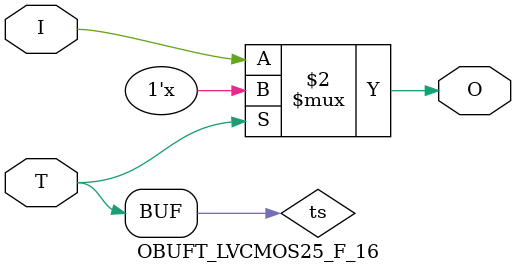
<source format=v>

/*

FUNCTION    : TRI-STATE OUTPUT BUFFER

*/

`celldefine
`timescale  100 ps / 10 ps

module OBUFT_LVCMOS25_F_16 (O, I, T);

    output O;

    input  I, T;

    or O1 (ts, 1'b0, T);
    bufif0 T1 (O, I, ts);

endmodule

</source>
